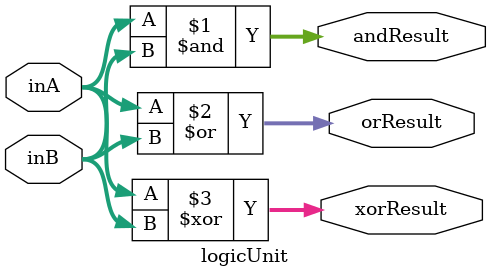
<source format=v>
module logicUnit (andResult, orResult, xorResult, inA, inB);
	output [31:0] andResult, orResult, xorResult;
	input [31:0] inA, inB;

	assign andResult = inA & inB;
	assign orResult = inA | inB;
	assign xorResult = inA ^ inB;

endmodule
</source>
